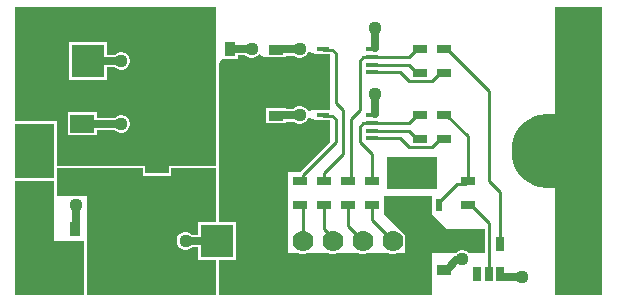
<source format=gtl>
G04*
G04 #@! TF.GenerationSoftware,Altium Limited,Altium Designer,22.0.2 (36)*
G04*
G04 Layer_Physical_Order=1*
G04 Layer_Color=255*
%FSLAX25Y25*%
%MOIN*%
G70*
G04*
G04 #@! TF.SameCoordinates,CB14B587-D8FD-4C8B-9FA0-E7DBCE3D7265*
G04*
G04*
G04 #@! TF.FilePolarity,Positive*
G04*
G01*
G75*
%ADD13C,0.01000*%
%ADD26R,0.11024X0.11024*%
%ADD27R,0.05118X0.03150*%
%ADD28R,0.03150X0.05118*%
%ADD29R,0.02165X0.04331*%
%ADD30R,0.02756X0.04724*%
%ADD31R,0.04331X0.01732*%
%ADD32R,0.07874X0.05906*%
%ADD33R,0.07874X0.14961*%
%ADD34R,0.05118X0.03543*%
%ADD35R,0.03543X0.05118*%
%ADD36C,0.02500*%
%ADD37C,0.02000*%
%ADD38C,0.01500*%
%ADD39R,0.17000X0.11000*%
%ADD40C,0.25000*%
%ADD41C,0.07000*%
%ADD42C,0.04400*%
G36*
X101767Y82472D02*
Y82173D01*
X107000D01*
Y63505D01*
X101767D01*
Y63505D01*
X99796Y63158D01*
X99401Y63842D01*
X98842Y64401D01*
X98158Y64796D01*
X97395Y65000D01*
X96605D01*
X95842Y64796D01*
X95158Y64401D01*
X94718Y63960D01*
X92359D01*
Y64312D01*
X85641D01*
Y59168D01*
X92359D01*
Y59780D01*
X94977D01*
X95158Y59599D01*
X95842Y59204D01*
X96605Y59000D01*
X97395D01*
X98158Y59204D01*
X98842Y59599D01*
X99401Y60158D01*
X99796Y60842D01*
X101767Y60472D01*
Y60172D01*
X107000D01*
Y52874D01*
X97126Y43000D01*
X93000D01*
Y16000D01*
X96328D01*
X96340Y15993D01*
X97434Y15700D01*
X98566D01*
X99660Y15993D01*
X99672Y16000D01*
X106328D01*
X106340Y15993D01*
X107434Y15700D01*
X108566D01*
X109660Y15993D01*
X109672Y16000D01*
X116328D01*
X116340Y15993D01*
X117434Y15700D01*
X118566D01*
X119660Y15993D01*
X119672Y16000D01*
X126328D01*
X126340Y15993D01*
X127434Y15700D01*
X128566D01*
X129660Y15993D01*
X129672Y16000D01*
X132000D01*
Y18328D01*
X132007Y18340D01*
X132300Y19434D01*
Y20566D01*
X132007Y21660D01*
X132000Y21672D01*
Y22000D01*
X131552Y22448D01*
X131441Y22640D01*
X130640Y23441D01*
X130448Y23552D01*
X125000Y29000D01*
Y35000D01*
X141000D01*
X141000Y29000D01*
X146000Y24000D01*
X158675Y24000D01*
Y16000D01*
X153330D01*
X153047Y16284D01*
X152363Y16679D01*
X151600Y16883D01*
X150810D01*
X150047Y16679D01*
X149363Y16284D01*
X149079Y16000D01*
X141000D01*
Y2039D01*
X70000D01*
Y13688D01*
X75745D01*
Y26312D01*
X70000D01*
Y79125D01*
X71169Y80641D01*
X76312D01*
Y81910D01*
X78847D01*
X79158Y81599D01*
X79842Y81204D01*
X80605Y81000D01*
X81395D01*
X82158Y81204D01*
X82842Y81599D01*
X83401Y82158D01*
X85293Y81436D01*
X85641Y81169D01*
Y81169D01*
X92359D01*
Y81780D01*
X94977D01*
X95158Y81599D01*
X95842Y81204D01*
X96605Y81000D01*
X97395D01*
X98158Y81204D01*
X98842Y81599D01*
X99401Y82158D01*
X99796Y82842D01*
X101767Y82472D01*
D02*
G37*
G36*
X69000Y45000D02*
X16000D01*
Y60000D01*
X2039D01*
Y97961D01*
X69000D01*
Y45000D01*
D02*
G37*
G36*
Y26312D02*
X63121D01*
Y22090D01*
X61152D01*
X60842Y22401D01*
X60158Y22796D01*
X59395Y23000D01*
X58605D01*
X57842Y22796D01*
X57158Y22401D01*
X56599Y21842D01*
X56204Y21158D01*
X56000Y20395D01*
Y19605D01*
X56204Y18842D01*
X56599Y18158D01*
X57158Y17599D01*
X57842Y17204D01*
X58605Y17000D01*
X59395D01*
X60158Y17204D01*
X60842Y17599D01*
X61152Y17910D01*
X63121D01*
Y13688D01*
X69000D01*
Y2039D01*
X26000D01*
Y35000D01*
X16000D01*
Y44184D01*
X44665D01*
Y41720D01*
X54139D01*
Y44184D01*
X69000D01*
Y26312D01*
D02*
G37*
G36*
X15000Y41000D02*
X2039D01*
Y59000D01*
X15000D01*
Y41000D01*
D02*
G37*
G36*
X197961Y2039D02*
X182000D01*
Y97961D01*
X197961D01*
Y2039D01*
D02*
G37*
G36*
X15000Y20000D02*
X25000D01*
Y2039D01*
X2039D01*
Y40000D01*
X15000D01*
Y20000D01*
D02*
G37*
%LPC*%
G36*
X32879Y86312D02*
X20255D01*
Y73688D01*
X32879D01*
Y77910D01*
X35348D01*
X35658Y77599D01*
X36342Y77204D01*
X37105Y77000D01*
X37895D01*
X38658Y77204D01*
X39342Y77599D01*
X39901Y78158D01*
X40296Y78842D01*
X40500Y79605D01*
Y80395D01*
X40296Y81158D01*
X39901Y81842D01*
X39342Y82401D01*
X38658Y82796D01*
X37895Y83000D01*
X37105D01*
X36342Y82796D01*
X35658Y82401D01*
X35348Y82090D01*
X32879D01*
Y86312D01*
D02*
G37*
G36*
X29335Y62808D02*
X19861D01*
Y55302D01*
X29335D01*
Y56910D01*
X35348D01*
X35658Y56599D01*
X36342Y56204D01*
X37105Y56000D01*
X37895D01*
X38658Y56204D01*
X39342Y56599D01*
X39901Y57158D01*
X40296Y57842D01*
X40500Y58605D01*
Y59395D01*
X40296Y60158D01*
X39901Y60842D01*
X39342Y61401D01*
X38658Y61796D01*
X37895Y62000D01*
X37105D01*
X36342Y61796D01*
X35658Y61401D01*
X35348Y61090D01*
X29335D01*
Y62808D01*
D02*
G37*
%LPD*%
D13*
X160000Y40000D02*
Y69921D01*
X163740Y19118D02*
Y36260D01*
X160000Y40000D02*
X163740Y36260D01*
X145984Y83937D02*
X160000Y69921D01*
X154181Y31866D02*
X160000Y26047D01*
Y9291D02*
Y26047D01*
X145000Y83937D02*
X145984D01*
X121268Y59280D02*
X133358D01*
X135819Y61740D01*
X137000D01*
X121268Y81279D02*
X133358D01*
X135819Y83740D01*
X137000D01*
X121268Y54161D02*
X130550D01*
X117000Y53000D02*
X121000Y49000D01*
X135819Y76260D02*
X137000D01*
X117000Y79914D02*
X118240Y81154D01*
X117000Y58000D02*
X118197Y59197D01*
X133358Y78720D02*
X135819Y76260D01*
X114181Y40618D02*
Y60681D01*
X146181Y61740D02*
X146181D01*
X130550Y76161D02*
X133524Y73188D01*
X118240Y81154D02*
X121142D01*
X143559Y32949D02*
X149472Y38862D01*
X121268Y76161D02*
X130550D01*
X152122Y38862D02*
X153000Y39740D01*
X144213Y54260D02*
X145000D01*
X113303Y39740D02*
X114181Y40618D01*
X121000Y39740D02*
Y49000D01*
X121268Y78720D02*
X133358D01*
X121142Y81154D02*
X121268Y81279D01*
X146181Y61740D02*
X153000Y54921D01*
X133524Y73188D02*
X141141D01*
X113000Y39740D02*
X113303D01*
X153000Y39740D02*
Y54921D01*
X144213Y76260D02*
X145000D01*
X149472Y38862D02*
X152122D01*
X130550Y54161D02*
X133524Y51188D01*
X117000Y53000D02*
Y58000D01*
X133524Y51188D02*
X141141D01*
X121185Y59197D02*
X121268Y59280D01*
X141141Y51188D02*
X144213Y54260D01*
X118197Y59197D02*
X121185D01*
X141141Y73188D02*
X144213Y76260D01*
X133358Y56721D02*
X135819Y54260D01*
X121268Y56721D02*
X133358D01*
X135819Y54260D02*
X137000D01*
X114181Y60681D02*
X117000Y63500D01*
Y79914D01*
X121000Y27000D02*
X128000Y20000D01*
X121000Y27000D02*
Y32260D01*
X113000Y25000D02*
X118000Y20000D01*
X113000Y25000D02*
Y32260D01*
X108000Y20000D02*
Y21071D01*
X105000Y24071D02*
Y32260D01*
Y24071D02*
X108000Y21071D01*
X97122Y32260D02*
X98000Y31382D01*
Y20000D02*
Y31382D01*
X111500Y49000D02*
Y63500D01*
X105000Y42500D02*
X111500Y49000D01*
X105000Y39740D02*
Y42500D01*
X98032Y40618D02*
Y42032D01*
X97000Y39740D02*
X97154D01*
X98032Y40618D01*
Y42032D02*
X109000Y53000D01*
Y60500D01*
X107773Y83727D02*
X109000Y82500D01*
X104844Y83727D02*
X107773D01*
X104732Y83839D02*
X104844Y83727D01*
X109000Y66000D02*
Y82500D01*
Y66000D02*
X111500Y63500D01*
X104844Y61727D02*
X107773D01*
X104732Y61839D02*
X104844Y61727D01*
X107773D02*
X109000Y60500D01*
D26*
X26567Y80000D02*
D03*
X47433D02*
D03*
X69433Y20000D02*
D03*
X48567D02*
D03*
D27*
X153000Y39937D02*
D03*
Y32063D02*
D03*
X121000D02*
D03*
Y39937D02*
D03*
X113000Y32063D02*
D03*
Y39937D02*
D03*
X105000Y32063D02*
D03*
Y39937D02*
D03*
X97000Y32063D02*
D03*
Y39937D02*
D03*
X145000Y61937D02*
D03*
Y54063D02*
D03*
X137000D02*
D03*
Y61937D02*
D03*
X145000Y83937D02*
D03*
Y76063D02*
D03*
X137000D02*
D03*
Y83937D02*
D03*
D28*
X66063Y76000D02*
D03*
X73937D02*
D03*
D29*
X138441Y31866D02*
D03*
X143559D02*
D03*
X141000Y40134D02*
D03*
D30*
X156260Y8882D02*
D03*
X160000D02*
D03*
X163740D02*
D03*
Y19118D02*
D03*
X156260D02*
D03*
D31*
X104732Y83839D02*
D03*
Y81279D02*
D03*
Y78720D02*
D03*
Y76161D02*
D03*
X121268Y83839D02*
D03*
Y81279D02*
D03*
Y78720D02*
D03*
Y76161D02*
D03*
X104732Y61839D02*
D03*
Y59280D02*
D03*
Y56721D02*
D03*
Y54161D02*
D03*
X121268Y61839D02*
D03*
Y59280D02*
D03*
Y56721D02*
D03*
Y54161D02*
D03*
D32*
X24598Y59055D02*
D03*
Y50000D02*
D03*
Y40945D02*
D03*
D33*
X49402Y50000D02*
D03*
D34*
X129000Y39740D02*
D03*
Y32260D02*
D03*
X89000Y83740D02*
D03*
Y76260D02*
D03*
X145000Y10260D02*
D03*
Y17740D02*
D03*
X89000Y61740D02*
D03*
Y54260D02*
D03*
D35*
X73740Y84000D02*
D03*
X66260D02*
D03*
X22260Y24000D02*
D03*
X29740D02*
D03*
X29740Y16000D02*
D03*
X22260D02*
D03*
D36*
X145522Y10781D02*
X146309D01*
X149047Y13519D02*
X150841D01*
X145000Y10260D02*
X145522Y10781D01*
X146309D02*
X149047Y13519D01*
X150841D02*
X151205Y13883D01*
X163868Y8000D02*
X171000D01*
X22260Y24000D02*
X22380Y24120D01*
Y31880D02*
X22500Y32000D01*
X22380Y24120D02*
Y31880D01*
X25689Y59000D02*
X37500D01*
X25689Y80000D02*
X37500D01*
X59000Y20000D02*
X70811D01*
X122000Y62222D02*
Y69000D01*
Y84223D02*
Y91000D01*
X89130Y61870D02*
X96870D01*
X89000Y61740D02*
X89130Y61870D01*
X96870D02*
X97000Y62000D01*
X89130Y83870D02*
X96870D01*
X97000Y84000D01*
X89000Y83740D02*
X89130Y83870D01*
X73740Y84000D02*
X81000D01*
D37*
X163740Y8378D02*
X164118Y8000D01*
X163740Y8378D02*
Y8882D01*
D38*
X104732Y78720D02*
Y81279D01*
Y76161D02*
Y78720D01*
Y56721D02*
Y59280D01*
D39*
X134500Y42500D02*
D03*
D40*
X180000Y50000D02*
D03*
D41*
X10000Y65000D02*
D03*
Y55000D02*
D03*
Y45000D02*
D03*
Y35000D02*
D03*
X128000Y10000D02*
D03*
Y20000D02*
D03*
X98000D02*
D03*
Y10000D02*
D03*
X118000D02*
D03*
Y20000D02*
D03*
X108000D02*
D03*
Y10000D02*
D03*
D42*
X135000Y45000D02*
D03*
X151205Y13883D02*
D03*
X171000Y8000D02*
D03*
X22500Y32000D02*
D03*
X37500Y59000D02*
D03*
Y80000D02*
D03*
X59000Y20000D02*
D03*
X122000Y91000D02*
D03*
Y69000D02*
D03*
X97000Y62000D02*
D03*
Y84000D02*
D03*
X81000D02*
D03*
X180000Y59450D02*
D03*
X186682Y56682D02*
D03*
X189450Y50000D02*
D03*
X186682Y43318D02*
D03*
X180000Y40550D02*
D03*
X173318Y43318D02*
D03*
X170550Y50000D02*
D03*
X173318Y56682D02*
D03*
M02*

</source>
